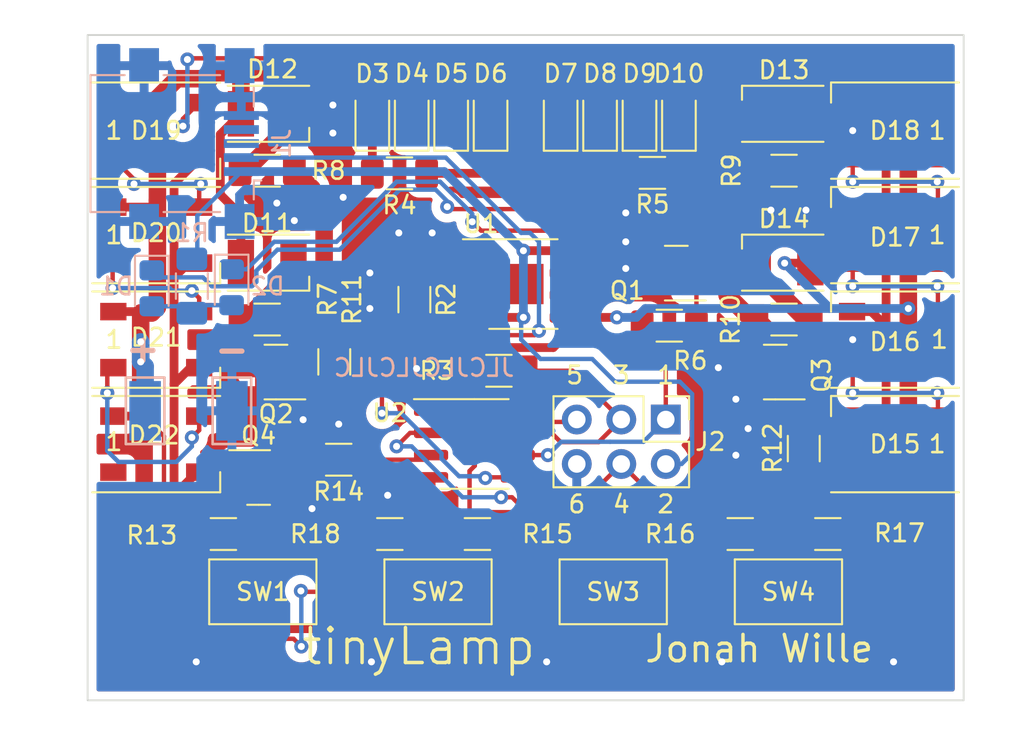
<source format=kicad_pcb>
(kicad_pcb (version 20211014) (generator pcbnew)
  (layers (0 "F.Cu" signal) (31 "B.Cu" signal) (34 "B.Paste" user) (35 "F.Paste" user) (36 "B.SilkS" user "B.Silkscreen") (37 "F.SilkS" user "F.Silkscreen") (38 "B.Mask" user) (39 "F.Mask" user) (44 "Edge.Cuts" user))
  (net 0 "")
  (net 1 "GND")
  (net 2 "VCC")
  (net 3 "Net-(Q1-Pad1)")
  (net 4 "Net-(Q1-Pad2)")
  (net 5 "Net-(Q2-Pad1)")
  (net 6 "Net-(Q2-Pad2)")
  (net 7 "Net-(D10-Pad1)")
  (net 8 "Net-(D11-Pad1)")
  (net 9 "VBUS")
  (net 10 "Net-(D20-Pad2)")
  (net 12 "Net-(Q3-Pad1)")
  (net 13 "Net-(Q3-Pad2)")
  (net 14 "/PROG")
  (net 16 "Net-(D1-Pad1)")
  (net 17 "Net-(D12-Pad1)")
  (net 18 "Net-(D15-Pad2)")
  (net 19 "Net-(D16-Pad2)")
  (net 20 "Net-(D17-Pad2)")
  (net 21 "/PB3")
  (net 22 "/RST")
  (net 23 "/PB0")
  (net 24 "/PB2")
  (net 25 "/PB1")
  (net 26 "/PB4")
  (net 27 "Net-(D21-Pad2)")
  (net 28 "Net-(D2-Pad1)")
  (net 29 "Net-(D3-Pad1)")
  (net 30 "Net-(D13-Pad1)")
  (net 31 "Net-(D14-Pad1)")
  (net 32 "Net-(D18-Pad2)")
  (net 33 "Net-(D19-Pad2)")
  (net 35 "Net-(D1-Pad2)")
  (net 36 "Net-(R15-Pad1)")
  (net 37 "Net-(D15-Pad3)")
  (net 38 "Net-(Q4-Pad1)")
  (net 39 "Net-(R16-Pad1)")
  (net 40 "Net-(J1-Pad2)")
  (net 41 "Net-(R13-Pad1)")
  (net 42 "Net-(R17-Pad1)")
  (footprint "Resistor_SMD:R_1206_3216Metric_Pad1.30x1.75mm_HandSolder" (layer "F.Cu") (at -7.75 20.5 180)
    (fp_text reference "R18")
    (fp_text value "2K7")
  )
  (footprint "Connector_PinHeader_2.54mm:PinHeader_2x03_P2.54mm_Vertical" (layer "F.Cu") (at 8 13.96 -90)
    (fp_text reference "J2")
    (fp_text value "Conn_02x03_Odd_Even")
  )
  (footprint "LED_SMD:LED_PLCC-2" (layer "F.Cu") (at -14.75 5 180)
    (fp_text reference "D11")
    (fp_text value "LEDW")
  )
  (footprint "LED_SMD:LED_WS2812B_PLCC4_5.0x5.0mm_P3.2mm" (layer "F.Cu") (at 21.082 15.367 180)
    (fp_text reference "D15")
    (fp_text value "WS2812B")
  )
  (footprint "Button_Switch_SMD:SW_SPST_CK_RS282G05A3" (layer "F.Cu") (at 15 23.8)
    (fp_text reference "SW4")
    (fp_text value "SW_Push")
  )
  (footprint "Resistor_SMD:R_1206_3216Metric_Pad1.30x1.75mm_HandSolder" (layer "F.Cu") (at -7.2 -0.1 180)
    (fp_text reference "R4")
    (fp_text value "110R")
  )
  (footprint "Package_TO_SOT_SMD:SOT-23" (layer "F.Cu") (at 14.25 11.25 180)
    (fp_text reference "Q3")
    (fp_text value "Q_NPN_BCE")
  )
  (footprint "LED_SMD:LED_PLCC-2" (layer "F.Cu") (at 14.75 -3.5)
    (fp_text reference "D13")
    (fp_text value "LEDW")
  )
  (footprint "LED_SMD:LED_0805_2012Metric_Pad1.15x1.40mm_HandSolder" (layer "F.Cu") (at -6.5 -3.25 90)
    (fp_text reference "D4")
    (fp_text value "LEDA")
  )
  (footprint "Resistor_SMD:R_1206_3216Metric_Pad1.30x1.75mm_HandSolder" (layer "F.Cu") (at 14.75 8.25)
    (fp_text reference "R10")
    (fp_text value "15R")
  )
  (footprint "Resistor_SMD:R_1206_3216Metric_Pad1.30x1.75mm_HandSolder" (layer "F.Cu") (at -2.75 20.5 180)
    (fp_text reference "R15")
    (fp_text value "4K7")
  )
  (footprint "Resistor_SMD:R_1206_3216Metric_Pad1.30x1.75mm_HandSolder" (layer "F.Cu") (at 7.239 -0.127)
    (fp_text reference "R5")
    (fp_text value "110R")
  )
  (footprint "LED_SMD:LED_0805_2012Metric_Pad1.15x1.40mm_HandSolder" (layer "F.Cu") (at 2 -3.25 90)
    (fp_text reference "D7")
    (fp_text value "LEDA")
  )
  (footprint "LED_SMD:LED_0805_2012Metric_Pad1.15x1.40mm_HandSolder" (layer "F.Cu") (at -8.75 -3.25 90)
    (fp_text reference "D3")
    (fp_text value "LEDA")
  )
  (footprint "Resistor_SMD:R_1206_3216Metric_Pad1.30x1.75mm_HandSolder" (layer "F.Cu") (at -14.75 -0.25 180)
    (fp_text reference "R8")
    (fp_text value "15R")
  )
  (footprint "Resistor_SMD:R_1206_3216Metric_Pad1.30x1.75mm_HandSolder" (layer "F.Cu") (at -1.524 11.176)
    (fp_text reference "R3")
    (fp_text value "1k")
  )
  (footprint "Resistor_SMD:R_1206_3216Metric_Pad1.30x1.75mm_HandSolder" (layer "F.Cu") (at 8.2 8.6)
    (fp_text reference "R6")
    (fp_text value "1k")
  )
  (footprint "Button_Switch_SMD:SW_SPST_CK_RS282G05A3" (layer "F.Cu") (at -5 23.8)
    (fp_text reference "SW2")
    (fp_text value "SW_Push")
  )
  (footprint "Resistor_SMD:R_1206_3216Metric_Pad1.30x1.75mm_HandSolder" (layer "F.Cu") (at 12.25 20.5)
    (fp_text reference "R16")
    (fp_text value "2K2")
  )
  (footprint "Resistor_SMD:R_1206_3216Metric_Pad1.30x1.75mm_HandSolder" (layer "F.Cu") (at 14.75 -0.25)
    (fp_text reference "R9")
    (fp_text value "15R")
  )
  (footprint "LED_SMD:LED_WS2812B_PLCC4_5.0x5.0mm_P3.2mm" (layer "F.Cu") (at -21.082 9.398)
    (fp_text reference "D21")
    (fp_text value "WS2812B")
  )
  (footprint "LED_SMD:LED_PLCC-2" (layer "F.Cu") (at 14.75 5)
    (fp_text reference "D14")
    (fp_text value "LEDW")
  )
  (footprint "LED_SMD:LED_0805_2012Metric_Pad1.15x1.40mm_HandSolder" (layer "F.Cu") (at 4.25 -3.25 90)
    (fp_text reference "D8")
    (fp_text value "LEDA")
  )
  (footprint "Resistor_SMD:R_1206_3216Metric_Pad1.30x1.75mm_HandSolder" (layer "F.Cu") (at -6.35 7.112 -90)
    (fp_text reference "R2")
    (fp_text value "2k")
  )
  (footprint "LED_SMD:LED_WS2812B_PLCC4_5.0x5.0mm_P3.2mm" (layer "F.Cu") (at 21.082 -2.54 180)
    (fp_text reference "D18")
    (fp_text value "WS2812B")
  )
  (footprint "LED_SMD:LED_WS2812B_PLCC4_5.0x5.0mm_P3.2mm" (layer "F.Cu") (at 21.082 9.398 180)
    (fp_text reference "D16")
    (fp_text value "WS2812B")
  )
  (footprint "Resistor_SMD:R_1206_3216Metric_Pad1.30x1.75mm_HandSolder" (layer "F.Cu") (at 15.875 15.621 90)
    (fp_text reference "R12")
    (fp_text value "1k")
  )
  (footprint "Package_SO:HSOP-8-1EP_3.9x4.9mm_P1.27mm_EP2.3x2.3mm" (layer "F.Cu") (at -0.127 6.223)
    (fp_text reference "U1")
    (fp_text value "TP4056")
  )
  (footprint "Package_TO_SOT_SMD:SOT-23" (layer "F.Cu") (at -14.25 11.25 180)
    (fp_text reference "Q2")
    (fp_text value "Q_NPN_BCE")
  )
  (footprint "Resistor_SMD:R_1206_3216Metric_Pad1.30x1.75mm_HandSolder" (layer "F.Cu") (at -17.25 20.5)
    (fp_text reference "R13")
    (fp_text value "8K2")
  )
  (footprint "Package_TO_SOT_SMD:SOT-23" (layer "F.Cu") (at 8.6 5.6 180)
    (fp_text reference "Q1")
    (fp_text value "Q_NPN_BCE")
  )
  (footprint "LED_SMD:LED_0805_2012Metric_Pad1.15x1.40mm_HandSolder" (layer "F.Cu") (at -4.25 -3.25 90)
    (fp_text reference "D5")
    (fp_text value "LEDA")
  )
  (footprint "LED_SMD:LED_WS2812B_PLCC4_5.0x5.0mm_P3.2mm" (layer "F.Cu") (at -21.082 -2.54)
    (fp_text reference "D19")
    (fp_text value "WS2812B")
  )
  (footprint "Button_Switch_SMD:SW_SPST_CK_RS282G05A3" (layer "F.Cu") (at -15 23.8 180)
    (fp_text reference "SW1")
    (fp_text value "SW_Push")
  )
  (footprint "Resistor_SMD:R_1206_3216Metric_Pad1.30x1.75mm_HandSolder" (layer "F.Cu") (at -10.668 16.256 180)
    (fp_text reference "R14")
    (fp_text value "1k")
  )
  (footprint "Resistor_SMD:R_1206_3216Metric_Pad1.30x1.75mm_HandSolder" (layer "F.Cu") (at -14.75 8.25 180)
    (fp_text reference "R7")
    (fp_text value "15R")
  )
  (footprint "LED_SMD:LED_0805_2012Metric_Pad1.15x1.40mm_HandSolder" (layer "F.Cu") (at 6.5 -3.25 90)
    (fp_text reference "D9")
    (fp_text value "LEDA")
  )
  (footprint "LED_SMD:LED_WS2812B_PLCC4_5.0x5.0mm_P3.2mm" (layer "F.Cu") (at -21.082 15.367)
    (fp_text reference "D22")
    (fp_text value "WS2812B")
  )
  (footprint "LED_SMD:LED_0805_2012Metric_Pad1.15x1.40mm_HandSolder" (layer "F.Cu") (at -2 -3.25 90)
    (fp_text reference "D6")
    (fp_text value "LEDA")
  )
  (footprint "LED_SMD:LED_PLCC-2" (layer "F.Cu") (at -14.75 -3.5 180)
    (fp_text reference "D12")
    (fp_text value "LEDW")
  )
  (footprint "Package_SO:SOIC-8_3.9x4.9mm_P1.27mm" (layer "F.Cu") (at -2.922 15.357)
    (fp_text reference "U2")
    (fp_text value "ATtiny13A-SS")
  )
  (footprint "Resistor_SMD:R_1206_3216Metric_Pad1.30x1.75mm_HandSolder" (layer "F.Cu") (at 17.25 20.5 180)
    (fp_text reference "R17")
    (fp_text value "1K2")
  )
  (footprint "Resistor_SMD:R_1206_3216Metric_Pad1.30x1.75mm_HandSolder" (layer "F.Cu") (at -10.922 10.668 -90)
    (fp_text reference "R11")
    (fp_text value "1k")
  )
  (footprint "LED_SMD:LED_WS2812B_PLCC4_5.0x5.0mm_P3.2mm" (layer "F.Cu") (at -21.082 3.429)
    (fp_text reference "D20")
    (fp_text value "WS2812B")
  )
  (footprint "Package_TO_SOT_SMD:SOT-23" (layer "F.Cu") (at -15.24 17.272)
    (fp_text reference "Q4")
    (fp_text value "Q_NPN_BCE")
  )
  (footprint "LED_SMD:LED_0805_2012Metric_Pad1.15x1.40mm_HandSolder" (layer "F.Cu") (at 8.75 -3.25 90)
    (fp_text reference "D10")
    (fp_text value "LEDA")
  )
  (footprint "Button_Switch_SMD:SW_SPST_CK_RS282G05A3" (layer "F.Cu") (at 5 23.8)
    (fp_text reference "SW3")
    (fp_text value "SW_Push")
  )
  (footprint "LED_SMD:LED_WS2812B_PLCC4_5.0x5.0mm_P3.2mm" (layer "F.Cu") (at 21.082 3.429 180)
    (fp_text reference "D17")
    (fp_text value "WS2812B")
  )
  (footprint "Connector_USB:USB_Mini-B_Lumberg_2486_01_Horizontal" (layer "B.Cu") (at -18.925 -1.8 90)
    (fp_text reference "J1")
    (fp_text value "USB_B_Mini")
  )
  (footprint "TestPoint:TestPoint_Keystone_5015_Micro-Minature" (layer "B.Cu") (at -16.764 13.462 -90)
    (fp_text reference "X2" hide)
    (fp_text value "BATT-")
  )
  (footprint "Resistor_SMD:R_1206_3216Metric_Pad1.30x1.75mm_HandSolder" (layer "B.Cu") (at -19.05 6.341 90)
    (fp_text reference "R1")
    (fp_text value "1K")
  )
  (footprint "TestPoint:TestPoint_Keystone_5015_Micro-Minature" (layer "B.Cu") (at -21.717 13.462 -90)
    (fp_text reference "X1" hide)
    (fp_text value "BATT+")
  )
  (footprint "LED_SMD:LED_0805_2012Metric_Pad1.15x1.40mm_HandSolder" (layer "B.Cu") (at -16.78 6.405 -90)
    (fp_text reference "D2")
    (fp_text value "LEDA")
  )
  (footprint "LED_SMD:LED_0805_2012Metric_Pad1.15x1.40mm_HandSolder" (layer "B.Cu") (at -21.336 6.468 -90)
    (fp_text reference "D1")
    (fp_text value "LEDG")
  )
  (gr_rect (start -25 -8) (end 25 30) (layer "Edge.Cuts") (width 0.1) (fill none))
  (gr_text "+" (at -21.844 9.906) (layer "B.SilkS") (effects (font (size 1.5 1.5) (thickness 0.3)) (justify mirror)))
  (gr_text "-" (at -16.764 10.16 180) (layer "B.SilkS") (effects (font (size 1.5 1.5) (thickness 0.3)) (justify mirror)))
  (gr_text "JLCJLCJLCJLC" (at -5.8 11) (layer "B.SilkS") (effects (font (size 1 1)) (justify mirror)))
  (gr_text "tinyLamp" (at -6.096 26.924) (layer "F.SilkS") (effects (font (size 2 2) (thickness 0.2))))
  (gr_text "1" (at 8.001 11.43) (layer "F.SilkS") (effects (font (size 1 1))))
  (gr_text "6" (at 2.921 18.796) (layer "F.SilkS") (effects (font (size 1 1))))
  (gr_text "5" (at 2.794 11.43) (layer "F.SilkS") (effects (font (size 1 1))))
  (gr_text "2" (at 8.001 18.796) (layer "F.SilkS") (effects (font (size 1 1))))
  (gr_text "3\n" (at 5.461 11.43) (layer "F.SilkS") (effects (font (size 1 1))))
  (gr_text "4" (at 5.461 18.796) (layer "F.SilkS") (effects (font (size 1 1))))
  (gr_text "Jonah Wille" (at 13.335 27.051) (layer "F.SilkS") (effects (font (size 1.5 1.5) (thickness 0.2))))
  (via (at 11.2 27.8) (size 0.8) (drill 0.4) (layers "F.Cu" "B.Cu") (net 1))
  (via (at 1.2 27.8) (size 0.8) (drill 0.4) (layers "F.Cu" "B.Cu") (net 1))
  (via (at -8.8 27.8) (size 0.8) (drill 0.4) (layers "F.Cu" "B.Cu") (net 1))
  (via (at -7.239 3.302) (size 0.8) (drill 0.4) (layers "F.Cu" "B.Cu") (net 1))
  (via (at 12.7 14.478) (size 0.8) (drill 0.4) (layers "F.Cu" "B.Cu") (net 1))
  (via (at 11 11) (size 0.8) (drill 0.4) (layers "F.Cu" "B.Cu") (net 1))
  (via (at 21 27.8) (size 0.8) (drill 0.4) (layers "F.Cu" "B.Cu") (net 1))
  (via (at -8.89 5.588) (size 0.8) (drill 0.4) (layers "F.Cu" "B.Cu") (net 1))
  (via (at -12.192 19.05) (size 0.8) (drill 0.4) (layers "F.Cu" "B.Cu") (net 1))
  (via (at 12 12.8) (size 0.8) (drill 0.4) (layers "F.Cu" "B.Cu") (net 1))
  (via (at -5.334 3.302) (size 0.8) (drill 0.4) (layers "F.Cu" "B.Cu") (net 1))
  (via (at -10.668 14.224) (size 0.8) (drill 0.4) (layers "F.Cu" "B.Cu") (net 1))
  (via (at -12.7 13.97) (size 0.8) (drill 0.4) (layers "F.Cu" "B.Cu") (net 1))
  (via (at -10.414 1.27) (size 0.8) (drill 0.4) (layers "F.Cu" "B.Cu") (net 1))
  (via (at 5.715 2.159) (size 0.8) (drill 0.4) (layers "F.Cu" "B.Cu") (net 1))
  (via (at 12 16) (size 0.8) (drill 0.4) (layers "F.Cu" "B.Cu") (net 1))
  (via (at -8.89 7.62) (size 0.8) (drill 0.4) (layers "F.Cu" "B.Cu") (net 1))
  (via (at -6.223 11.049) (size 0.8) (drill 0.4) (layers "F.Cu" "B.Cu") (net 1))
  (via (at 18.669 9.398) (size 0.8) (drill 0.4) (layers "F.Cu" "B.Cu") (net 1))
  (via (at -18.8 27.8) (size 0.8) (drill 0.4) (layers "F.Cu" "B.Cu") (net 1))
  (via (at 14 2) (size 0.8) (drill 0.4) (layers "F.Cu" "B.Cu") (net 1))
  (via (at -14.2 1.6) (size 0.8) (drill 0.4) (layers "F.Cu" "B.Cu") (net 1))
  (via (at -11 -2.4) (size 0.8) (drill 0.4) (layers "F.Cu" "B.Cu") (net 1))
  (via (at 16 2) (size 0.8) (drill 0.4) (layers "F.Cu" "B.Cu") (net 1))
  (via (at 5.715 3.81) (size 0.8) (drill 0.4) (layers "F.Cu" "B.Cu") (net 1))
  (via (at -13.2 2.6) (size 0.8) (drill 0.4) (layers "F.Cu" "B.Cu") (net 1))
  (via (at -11 -4) (size 0.8) (drill 0.4) (layers "F.Cu" "B.Cu") (net 1))
  (via (at 5.715 5.334) (size 0.8) (drill 0.4) (layers "F.Cu" "B.Cu") (net 1))
  (via (at 18.669 -2.54) (size 0.8) (drill 0.4) (layers "F.Cu" "B.Cu") (net 1))
  (via (at -7.874 18.288) (size 0.8) (drill 0.4) (layers "F.Cu" "B.Cu") (net 1))
  (segment (start -2 -4.275) (end -2 -5.81) (width 0.5) (layer "F.Cu") (net 2))
  (segment (start 16.256 -5.842) (end 21.336 -5.842) (width 1) (layer "F.Cu") (net 2))
  (segment (start 11.1 24.3) (end 11.1 23.8) (width 0.25) (layer "F.Cu") (net 2))
  (segment (start 21.844 5.08) (end 21.844 7.62) (width 1) (layer "F.Cu") (net 2))
  (segment (start -0.447 13.452) (end -0.772 13.452) (width 0.5) (layer "F.Cu") (net 2))
  (segment (start 2.5 25.2) (end 10.2 25.2) (width 0.25) (layer "F.Cu") (net 2))
  (segment (start -16.25 -3.5) (end -16.25 -5.836) (width 1) (layer "F.Cu") (net 2))
  (segment (start -16.25 -5.836) (end -16.256 -5.842) (width 1) (layer "F.Cu") (net 2))
  (segment (start -23.532 1.829) (end -21.387 1.829) (width 0.5) (layer "F.Cu") (net 2))
  (segment (start -5.8 23.8) (end -4.4 25.2) (width 0.25) (layer "F.Cu") (net 2))
  (segment (start 1.905 -5.842) (end -2.032 -5.842) (width 1) (layer "F.Cu") (net 2))
  (segment (start 16.25 -3.5) (end 16.25 -5.836) (width 1) (layer "F.Cu") (net 2))
  (segment (start 0.4 25.2) (end 1.1 24.5) (width 0.25) (layer "F.Cu") (net 2))
  (segment (start 22.022 10.998) (end 21.844 11.176) (width 0.5) (layer "F.Cu") (net 2))
  (segment (start 8.75 -4.275) (end 8.75 -5.474) (width 0.5) (layer "F.Cu") (net 2))
  (segment (start -21.971 9.525) (end -21.971 10.668) (width 1) (layer "F.Cu") (net 2))
  (segment (start -0.772 13.452) (end -1.524 12.7) (width 0.5) (layer "F.Cu") (net 2))
  (segment (start -19.896 -5.504) (end -21.016 -4.384) (width 1) (layer "F.Cu") (net 2))
  (segment (start -16.25 2.292) (end -17.4244 1.1176) (width 0.5) (layer "F.Cu") (net 2))
  (segment (start -17.4244 1.1176) (end -17.4244 -2.3256) (width 0.5) (layer "F.Cu") (net 2))
  (segment (start 16.25 -5.836) (end 16.256 -5.842) (width 1) (layer "F.Cu") (net 2))
  (segment (start -12.776 23.8) (end -12.827 23.749) (width 0.25) (layer "F.Cu") (net 2))
  (segment (start -21.387 1.829) (end -21.016 1.458) (width 0.5) (layer "F.Cu") (net 2))
  (segment (start -11.1 23.8) (end -12.776 23.8) (width 0.25) (layer "F.Cu") (net 2))
  (segment (start -4.4 25.2) (end 0.4 25.2) (width 0.25) (layer "F.Cu") (net 2))
  (segment (start -6.5 -5.438) (end -6.096 -5.842) (width 0.5) (layer "F.Cu") (net 2))
  (segment (start -11.1 23.8) (end -8.9 23.8) (width 0.25) (layer "F.Cu") (net 2))
  (segment (start 14.7828 5.0292) (end 16.2208 5.0292) (width 0.5) (layer "F.Cu") (net 2))
  (segment (start -1.524 12.7) (end -1.524 10.16) (width 0.5) (layer "F.Cu") (net 2))
  (segment (start 8.75 -5.474) (end 8.382 -5.842) (width 0.5) (layer "F.Cu") (net 2))
  (segment (start 21.844 7.62) (end 21.844 11.176) (width 1) (layer "F.Cu") (net 2))
  (segment (start -21.336 7.874) (end -21.016 7.554) (width 1) (layer "F.Cu") (net 2))
  (segment (start 23.532 5.029) (end 21.895 5.029) (width 0.5) (layer "F.Cu") (net 2))
  (segment (start 1.1 23.8) (end 2.5 25.2) (width 0.25) (layer "F.Cu") (net 2))
  (segment (start -4.25 -4.275) (end -4.25 -5.656) (width 0.5) (layer "F.Cu") (net 2))
  (segment (start -8.75 -5.702) (end -8.89 -5.842) (width 0.5) (layer "F.Cu") (net 2))
  (segment (start 23.532 10.998) (end 22.022 10.998) (width 0.5) (layer "F.Cu") (net 2))
  (segment (start -4.25 -5.656) (end -4.064 -5.842) (width 0.5) (layer "F.Cu") (net 2))
  (segment (start -21.26 -4.14) (end -21.016 -4.384) (width 0.5) (layer "F.Cu") (net 2))
  (segment (start -21.971 10.668) (end -21.971 13.589) (width 1) (layer "F.Cu") (net 2))
  (segment (start -12.8016 26.924) (end -13.2426 26.483) (width 0.25) (layer "F.Cu") (net 2))
  (segment (start 1.579 9.851) (end 2.348 9.082) (width 0.5) (layer "F.Cu") (net 2))
  (segment (start 16.256 -5.842) (end 8.382 -5.842) (width 1) (layer "F.Cu") (net 2))
  (segment (start -4.064 -5.842) (end -6.096 -5.842) (width 1) (layer "F.Cu") (net 2))
  (segment (start -21.403 18.7614) (end -20.641 17.9994) (width 0.25) (layer "F.Cu") (net 2))
  (segment (start -23.532 7.798) (end -22.047 7.798) (width 0.5) (layer "F.Cu") (net 2))
  (segment (start 6.223 -5.842) (end 4.064 -5.842) (width 1) (layer "F.Cu") (net 2))
  (segment (start -1.524 10.16) (end -1.215 9.851) (width 0.5) (layer "F.Cu") (net 2))
  (segment (start -6.096 -5.842) (end -8.89 -5.842) (width 1) (layer "F.Cu") (net 2))
  (segment (start 21.336 -5.842) (end 21.844 -5.334) (width 1) (layer "F.Cu") (net 2))
  (segment (start -16.256 -5.842) (end -17.696 -5.842) (width 1) (layer "F.Cu") (net 2))
  (segment (start -8.89 -5.842) (end -16.256 -5.842) (width 1) (layer "F.Cu") (net 2))
  (segment (start 2 -4.275) (end 2 -5.747) (width 0.5) (layer "F.Cu") (net 2))
  (segment (start 4.25 -4.275) (end 4.25 -5.656) (width 0.5) (layer "F.Cu") (net 2))
  (segment (start -17.4244 -2.3256) (end -16.25 -3.5) (width 0.5) (layer "F.Cu") (net 2))
  (segment (start -20.558172 26.483) (end -21.403 25.638172) (width 0.25) (layer "F.Cu") (net 2))
  (segment (start 2 -5.747) (end 1.905 -5.842) (width 0.5) (layer "F.Cu") (net 2))
  (segment (start -20.641 14.919) (end -21.971 13.589) (width 0.25) (layer "F.Cu") (net 2))
  (segment (start 16.2208 5.0292) (end 16.25 5) (width 0.5) (layer "F.Cu") (net 2))
  (segment (start 2.348 8.128) (end 5.207 8.128) (width 0.5) (layer "F.Cu") (net 2))
  (segment (start 21.844 15.279) (end 23.532 16.967) (width 1) (layer "F.Cu") (net 2))
  (segment (start 8.382 -5.842) (end 6.223 -5.842) (width 1) (layer "F.Cu") (net 2))
  (segment (start -21.971 7.874) (end -21.971 9.525) (width 1) (layer "F.Cu") (net 2))
  (segment (start 21.844 -5.334) (end 21.844 -1.27) (width 1) (layer "F.Cu") (net 2))
  (segment (start -22.149 13.767) (end -21.971 13.589) (width 0.5) (layer "F.Cu") (net 2))
  (segment (start -8.75 -4.275) (end -8.75 -5.702) (width 0.5) (layer "F.Cu") (net 2))
  (segment (start -22.047 7.798) (end -21.971 7.874) (width 0.5) (layer "F.Cu") (net 2))
  (segment (start 22.174 -0.94) (end 21.844 -1.27) (width 0.5) (layer "F.Cu") (net 2))
  (segment (start 6.5 -4.275) (end 6.5 -5.565) (width 0.5) (layer "F.Cu") (net 2))
  (segment (start -16.25 5) (end -16.25 2.292) (width 0.5) (layer "F.Cu") (net 2))
  (segment (start -2.032 -5.842) (end -4.064 -5.842) (width 1) (layer "F.Cu") (net 2))
  (segment (start -21.016 1.458) (end -21.016 -4.384) (width 1) (layer "F.Cu") (net 2))
  (segment (start 21.895 5.029) (end 21.844 5.08) (width 0.5) (layer "F.Cu") (net 2))
  (segment (start -21.971 7.874) (end -21.336 7.874) (width 1) (layer "F.Cu") (net 2))
  (segment (start 23.532 -0.94) (end 22.174 -0.94) (width 0.5) (layer "F.Cu") (net 2))
  (segment (start 1.1 24.5) (end 1.1 23.8) (width 0.25) (layer "F.Cu") (net 2))
  (segment (start -13.2426 26.483) (end -20.558172 26.483) (width 0.25) (layer "F.Cu") (net 2))
  (segment (start -20.641 17.9994) (end -20.641 14.919) (width 0.25) (layer "F.Cu") (net 2))
  (segment (start 6.5 -5.565) (end 6.223 -5.842) (width 0.5) (layer "F.Cu") (net 2))
  (segment (start -18.034 -5.504) (end -19.896 -5.504) (width 1) (layer "F.Cu") (net 2))
  (segment (start 4.25 -5.656) (end 4.064 -5.842) (width 0.5) (layer "F.Cu") (net 2))
  (segment (start 2.348 9.082) (end 2.348 8.128) (width 0.5) (layer "F.Cu") (net 2))
  (segment (start 21.844 -1.27) (end 21.844 5.08) (width 1) (layer "F.Cu") (net 2))
  (segment (start -1.215 9.851) (end 1.579 9.851) (width 0.5) (layer "F.Cu") (net 2))
  (segment (start 21.844 11.176) (end 21.844 15.279) (width 1) (layer "F.Cu") (net 2))
  (segment (start -21.016 7.554) (end -21.016 1.458) (width 1) (layer "F.Cu") (net 2))
  (segment (start -23.532 13.767) (end -22.149 13.767) (width 0.5) (layer "F.Cu") (net 2))
  (segment (start -17.696 -5.842) (end -18.034 -5.504) (width 1) (layer "F.Cu") (net 2))
  (segment (start -23.532 -4.14) (end -21.26 -4.14) (width 0.5) (layer "F.Cu") (net 2))
  (segment (start 10.2 25.2) (end 11.1 24.3) (width 0.25) (layer "F.Cu") (net 2))
  (segment (start -2 -5.81) (end -2.032 -5.842) (width 0.5) (layer "F.Cu") (net 2))
  (segment (start -21.403 25.638172) (end -21.403 18.7614) (width 0.25) (layer "F.Cu") (net 2))
  (segment (start 4.064 -5.842) (end 1.905 -5.842) (width 1) (layer "F.Cu") (net 2))
  (segment (start -6.5 -4.275) (end -6.5 -5.438) (width 0.5) (layer "F.Cu") (net 2))
  (segment (start -8.9 23.8) (end -5.8 23.8) (width 0.25) (layer "F.Cu") (net 2))
  (via (at 21.844 7.62) (size 0.8) (drill 0.4) (layers "F.Cu" "B.Cu") (net 2))
  (via (at -21.971 9.525) (size 0.8) (drill 0.4) (layers "F.Cu" "B.Cu") (net 2))
  (via (at -12.8016 26.924) (size 0.8) (drill 0.4) (layers "F.Cu" "B.Cu") (net 2))
  (via (at 5.207 8.128) (size 0.8) (drill 0.4) (layers "F.Cu" "B.Cu") (net 2))
  (via (at -12.827 23.749) (size 0.8) (drill 0.4) (layers "F.Cu" "B.Cu") (net 2))
  (via (at -21.971 10.668) (size 0.8) (drill 0.4) (layers "F.Cu" "B.Cu") (net 2))
  (via (at 14.7828 5.0292) (size 0.8) (drill 0.4) (layers "F.Cu" "B.Cu") (net 2))
  (segment (start 17.3228 7.62) (end 17.3228 7.5692) (width 0.5) (layer "B.Cu") (net 2))
  (segment (start 17.3228 7.5692) (end 14.7828 5.0292) (width 0.5) (layer "B.Cu") (net 2))
  (segment (start 6.322 8.128) (end 6.83 7.62) (width 0.5) (layer "B.Cu") (net 2))
  (segment (start 17.3228 7.62) (end 21.844 7.62) (width 0.5) (layer "B.Cu") (net 2))
  (segment (start 6.83 7.62) (end 17.3228 7.62) (width 0.5) (layer "B.Cu") (net 2))
  (segment (start -21.971 10.668) (end -21.971 9.525) (width 1) (layer "B.Cu") (net 2))
  (segment (start -12.8016 26.924) (end -12.8016 23.7744) (width 0.25) (layer "B.Cu") (net 2))
  (segment (start 5.207 8.128) (end 6.322 8.128) (width 0.5) (layer "B.Cu") (net 2))
  (segment (start -21.717 10.922) (end -21.971 10.668) (width 1) (layer "B.Cu") (net 2))
  (segment (start -21.717 13.462) (end -21.717 10.922) (width 1) (layer "B.Cu") (net 2))
  (segment (start -12.8016 23.7744) (end -12.827 23.749) (width 0.25) (layer "B.Cu") (net 2))
  (segment (start 9.75 6.7625) (end 9.5375 6.55) (width 0.25) (layer "F.Cu") (net 3))
  (segment (start 9.75 8.6) (end 9.75 6.7625) (width 0.25) (layer "F.Cu") (net 3))
  (segment (start 8.766 2.95) (end 8.766 3.8785) (width 0.5) (layer "F.Cu") (net 4))
  (segment (start -5.65 -0.1) (end 5.662 -0.1) (width 0.5) (layer "F.Cu") (net 4))
  (segment (start 5.689 -0.127) (end 8.766 2.95) (width 0.5) (layer "F.Cu") (net 4))
  (segment (start 5.662 -0.1) (end 5.689 -0.127) (width 0.5) (layer "F.Cu") (net 4))
  (segment (start 8.766 3.8785) (end 9.5375 4.65) (width 0.5) (layer "F.Cu") (net 4))
  (segment (start -13.3125 12.2) (end -10.94 12.2) (width 0.5) (layer "F.Cu") (net 5))
  (segment (start -11.5 2.343) (end -12.192 1.651) (width 1) (layer "F.Cu") (net 6))
  (segment (start -11.5 6.775) (end -11.5 2.343) (width 1) (layer "F.Cu") (net 6))
  (segment (start -12.975 8.25) (end -11.5 6.775) (width 1) (layer "F.Cu") (net 6))
  (segment (start -12.192 0.758) (end -13.2 -0.25) (width 1) (layer "F.Cu") (net 6))
  (segment (start -13.2 8.25) (end -12.975 8.25) (width 1) (layer "F.Cu") (net 6))
  (segment (start -12.192 1.651) (end -12.192 0.758) (width 1) (layer "F.Cu") (net 6))
  (segment (start -13.3125 10.3) (end -13.3125 8.3625) (width 1) (layer "F.Cu") (net 6))
  (segment (start -13.3125 8.3625) (end -13.2 8.25) (width 1) (layer "F.Cu") (net 6))
  (segment (start 8.8 -2.175) (end 8.75 -2.225) (width 0.5) (layer "F.Cu") (net 7))
  (segment (start 8.8 -0.15) (end 8.8 -2.175) (width 0.5) (layer "F.Cu") (net 7))
  (segment (start 2 -2.225) (end 8.75 -2.225) (width 0.5) (layer "F.Cu") (net 7))
  (segment (start -16 8.25) (end -13.25 5.5) (width 1) (layer "F.Cu") (net 8))
  (segment (start -16.3 8.25) (end -16 8.25) (width 1) (layer "F.Cu") (net 8))
  (segment (start -13.25 5.5) (end -13.25 5) (width 1) (layer "F.Cu") (net 8))
  (segment (start -0.127 8.128) (end -2.602 8.128) (width 0.5) (layer "F.Cu") (net 9))
  (segment (start 2.348 4.318) (end -0.127 4.318) (width 0.5) (layer "F.Cu") (net 9))
  (via (at -0.127 8.128) (size 0.8) (drill 0.4) (layers "F.Cu" "B.Cu") (net 9))
  (via (at -0.127 4.318) (size 0.8) (drill 0.4) (layers "F.Cu" "B.Cu") (net 9))
  (segment (start -0.127 8.128) (end -0.254 8.255) (width 0.25) (layer "B.Cu") (net 9))
  (segment (start -4.645 -0.2) (end -0.127 4.318) (width 0.5) (layer "B.Cu") (net 9))
  (segment (start 8.8 11.8) (end 9.5 12.5) (width 0.25) (layer "B.Cu") (net 9))
  (segment (start -16.225 -0.2) (end -4.645 -0.2) (width 0.5) (layer "B.Cu") (net 9))
  (segment (start -0.254 8.255) (end -0.254 9.398) (width 0.25) (layer "B.Cu") (net 9))
  (segment (start -19.05 4.791) (end -18.739 4.48) (width 0.25) (layer "B.Cu") (net 9))
  (segment (start 8.9 16.5) (end 8 16.5) (width 0.25) (layer "B.Cu") (net 9))
  (segment (start -18.739 2.314) (end -16.225 -0.2) (width 0.25) (layer "B.Cu") (net 9))
  (segment (start -0.254 9.398) (end 0.848 10.5) (width 0.25) (layer "B.Cu") (net 9))
  (segment (start 3.8 10.5) (end 5.1 11.8) (width 0.25) (layer "B.Cu") (net 9))
  (segment (start 0.848 10.5) (end 3.8 10.5) (width 0.25) (layer "B.Cu") (net 9))
  (segment (start -0.127 4.318) (end -0.127 8.128) (width 0.5) (layer "B.Cu") (net 9))
  (segment (start -18.739 4.48) (end -18.739 2.314) (width 0.25) (layer "B.Cu") (net 9))
  (segment (start 9.5 12.5) (end 9.5 15.9) (width 0.25) (layer "B.Cu") (net 9))
  (segment (start 9.5 15.9) (end 8.9 16.5) (width 0.25) (layer "B.Cu") (net 9))
  (segment (start 5.1 11.8) (end 8.8 11.8) (width 0.25) (layer "B.Cu") (net 9))
  (segment (start -18.632 7.798) (end -18.632 7.022) (width 0.254) (layer "F.Cu") (net 10))
  (segment (start -18.632 7.022) (end -19.05 6.604) (width 0.254) (layer "F.Cu") (net 10))
  (segment (start -23.5712 5.0682) (end -23.532 5.029) (width 0.254) (layer "F.Cu") (net 10))
  (segment (start -23.5712 6.4516) (end -23.5712 5.0682) (width 0.254) (layer "F.Cu") (net 10))
  (via (at -19.05 6.604) (size 0.8) (drill 0.4) (layers "F.Cu" "B.Cu") (net 10))
  (via (at -23.5712 6.4516) (size 0.8) (drill 0.4) (layers "F.Cu" "B.Cu") (net 10))
  (segment (start -19.812 6.604) (end -20.1676 6.604) (width 0.254) (layer "B.Cu") (net 10))
  (segment (start -20.1676 6.604) (end -20.32 6.4516) (width 0.254) (layer "B.Cu") (net 10))
  (segment (start -22.352 6.4516) (end -23.5712 6.4516) (width 0.254) (layer "B.Cu") (net 10))
  (segment (start -20.32 6.4516) (end -22.352 6.4516) (width 0.254) (layer "B.Cu") (net 10))
  (segment (start -19.05 6.604) (end -19.812 6.604) (width 0.254) (layer "B.Cu") (net 10))
  (segment (start 15.875 12.8875) (end 15.1875 12.2) (width 0.5) (layer "F.Cu") (net 12))
  (segment (start 15.875 14.071) (end 15.875 12.8875) (width 0.5) (layer "F.Cu") (net 12))
  (segment (start 15.1875 10.3) (end 15.1875 10.2375) (width 1) (layer "F.Cu") (net 13))
  (segment (start 13.2 8.25) (end 12.9 8.25) (width 1) (layer "F.Cu") (net 13))
  (segment (start 15.1875 10.2375) (end 13.2 8.25) (width 1) (layer "F.Cu") (net 13))
  (segment (start 12.9 8.25) (end 11.5 6.85) (width 1) (layer "F.Cu") (net 13))
  (segment (start 11.5 6.85) (end 11.5 1.45) (width 1) (layer "F.Cu") (net 13))
  (segment (start 11.5 1.45) (end 13.2 -0.25) (width 1) (layer "F.Cu") (net 13))
  (segment (start -2.628 5.562) (end -2.602 5.588) (width 0.25) (layer "F.Cu") (net 14))
  (segment (start -6.35 5.562) (end -2.628 5.562) (width 0.25) (layer "F.Cu") (net 14))
  (segment (start 2.451396 1.942) (end 4.318 3.808604) (width 0.25) (layer "F.Cu") (net 16))
  (segment (start 4.318 3.808604) (end 4.318 5.969) (width 0.25) (layer "F.Cu") (net 16))
  (segment (start -4.34077 1.942) (end 2.451396 1.942) (width 0.25) (layer "F.Cu") (net 16))
  (segment (start -4.474885 1.807885) (end -4.34077 1.942) (width 0.25) (layer "F.Cu") (net 16))
  (segment (start 4.318 5.969) (end 3.429 6.858) (width 0.25) (layer "F.Cu") (net 16))
  (segment (start 3.429 6.858) (end 2.348 6.858) (width 0.25) (layer "F.Cu") (net 16))
  (via (at -4.474885 1.807885) (size 0.8) (drill 0.4) (layers "F.Cu" "B.Cu") (net 16))
  (segment (start -15.367 5.462396) (end -15.367 6.096) (width 0.25) (layer "B.Cu") (net 16))
  (segment (start -14.164604 4.26) (end -15.367 5.462396) (width 0.25) (layer "B.Cu") (net 16))
  (segment (start -17.907 6.35) (end -18.415 5.842) (width 0.25) (layer "B.Cu") (net 16))
  (segment (start -15.621 6.35) (end -17.907 6.35) (width 0.25) (layer "B.Cu") (net 16))
  (segment (start -4.474885 1.807885) (end -4.474885 1.494115) (width 0.25) (layer "B.Cu") (net 16))
  (segment (start -18.415 5.842) (end -20.937 5.842) (width 0.25) (layer "B.Cu") (net 16))
  (segment (start -15.367 6.096) (end -15.621 6.35) (width 0.25) (layer "B.Cu") (net 16))
  (segment (start -7.181 0.831) (end -10.61 4.26) (width 0.25) (layer "B.Cu") (net 16))
  (segment (start -20.937 5.842) (end -21.336 5.443) (width 0.25) (layer "B.Cu") (net 16))
  (segment (start -10.61 4.26) (end -14.164604 4.26) (width 0.25) (layer "B.Cu") (net 16))
  (segment (start -5.138 0.831) (end -7.181 0.831) (width 0.25) (layer "B.Cu") (net 16))
  (segment (start -4.474885 1.494115) (end -5.138 0.831) (width 0.25) (layer "B.Cu") (net 16))
  (segment (start -16.3 -0.25) (end -16 -0.25) (width 1) (layer "F.Cu") (net 17))
  (segment (start -16 -0.25) (end -13.25 -3) (width 1) (layer "F.Cu") (net 17))
  (segment (start -13.25 -3) (end -13.25 -3.5) (width 1) (layer "F.Cu") (net 17))
  (segment (start 23.532 12.483) (end 23.495 12.446) (width 0.25) (layer "F.Cu") (net 18))
  (segment (start 18.669 11.035) (end 18.632 10.998) (width 0.25) (layer "F.Cu") (net 18))
  (segment (start 23.532 13.767) (end 23.532 12.483) (width 0.25) (layer "F.Cu") (net 18))
  (segment (start 18.669 12.446) (end 18.669 11.035) (width 0.25) (layer "F.Cu") (net 18))
  (via (at 23.495 12.446) (size 0.8) (drill 0.4) (layers "F.Cu" "B.Cu") (net 18))
  (via (at 18.669 12.446) (size 0.8) (drill 0.4) (layers "F.Cu" "B.Cu") (net 18))
  (segment (start 23.495 12.446) (end 18.669 12.446) (width 0.25) (layer "B.Cu") (net 18))
  (segment (start 18.669 6.35) (end 18.669 5.066) (width 0.25) (layer "F.Cu") (net 19))
  (segment (start 23.532 7.798) (end 23.532 6.387) (width 0.25) (layer "F.Cu") (net 19))
  (segment (start 23.532 6.387) (end 23.495 6.35) (width 0.25) (layer "F.Cu") (net 19))
  (segment (start 18.669 5.066) (end 18.632 5.029) (width 0.25) (layer "F.Cu") (net 19))
  (via (at 18.669 6.35) (size 0.8) (drill 0.4) (layers "F.Cu" "B.Cu") (net 19))
  (via (at 23.495 6.35) (size 0.8) (drill 0.4) (layers "F.Cu" "B.Cu") (net 19))
  (segment (start 23.495 6.35) (end 18.669 6.35) (width 0.25) (layer "B.Cu") (net 19))
  (segment (start 23.532 0.418) (end 23.495 0.381) (width 0.25) (layer "F.Cu") (net 20))
  (segment (start 23.532 1.829) (end 23.532 0.418) (width 0.25) (layer "F.Cu") (net 20))
  (segment (start 18.669 0.381) (end 18.669 -0.903) (width 0.25) (layer "F.Cu") (net 20))
  (segment (start 18.669 -0.903) (end 18.632 -0.94) (width 0.25) (layer "F.Cu") (net 20))
  (via (at 18.669 0.381) (size 0.8) (drill 0.4) (layers "F.Cu" "B.Cu") (net 20))
  (via (at 23.495 0.381) (size 0.8) (drill 0.4) (layers "F.Cu" "B.Cu") (net 20))
  (segment (start 23.495 0.381) (end 18.669 0.381) (width 0.25) (layer "B.Cu") (net 20))
  (segment (start -7.366 15.494) (end -6.594 14.722) (width 0.25) (layer "F.Cu") (net 21))
  (segment (start 1.778 18.669) (end 9.144 18.669) (width 0.25) (layer "F.Cu") (net 21))
  (segment (start -1.4 18.4) (end -0.777 18.4) (width 0.25) (layer "F.Cu") (net 21))
  (segment (start -6.594 14.722) (end -5.397 14.722) (width 0.25) (layer "F.Cu") (net 21))
  (segment (start 9.144 18.669) (end 16.93 18.669) (width 0.25) (layer "F.Cu") (net 21))
  (segment (start -0.635 18.542) (end -0.508 18.669) (width 0.25) (layer "F.Cu") (net 21))
  (segment (start 16.93 18.669) (end 18.632 16.967) (width 0.25) (layer "F.Cu") (net 21))
  (segment (start -0.508 18.669) (end 1.778 18.669) (width 0.25) (layer "F.Cu") (net 21))
  (segment (start -0.777 18.4) (end -0.635 18.542) (width 0.25) (layer "F.Cu") (net 21))
  (via (at -7.366 15.494) (size 0.8) (drill 0.4) (layers "F.Cu" "B.Cu") (net 21))
  (via (at -1.4 18.4) (size 0.8) (drill 0.4) (layers "F.Cu" "B.Cu") (net 21))
  (segment (start -3.6 18.4) (end -1.4 18.4) (width 0.25) (layer "B.Cu") (net 21))
  (segment (start -7.366 15.494) (end -6.506 15.494) (width 0.25) (layer "B.Cu") (net 21))
  (segment (start -6.506 15.494) (end -3.6 18.4) (width 0.25) (layer "B.Cu") (net 21))
  (segment (start -3.303 13.452) (end -5.397 13.452) (width 0.25) (layer "F.Cu") (net 22))
  (segment (start 2.783 14.097) (end -2.658 14.097) (width 0.25) (layer "F.Cu") (net 22))
  (segment (start 2.92 13.96) (end 2.783 14.097) (width 0.25) (layer "F.Cu") (net 22))
  (segment (start -2.658 14.097) (end -3.303 13.452) (width 0.25) (layer "F.Cu") (net 22))
  (segment (start -0.447 17.262) (end -2.262 17.262) (width 0.25) (layer "F.Cu") (net 23))
  (segment (start 6.96 18) (end 15.046 18) (width 0.25) (layer "F.Cu") (net 23))
  (segment (start -2.262 17.262) (end -2.3 17.3) (width 0.25) (layer "F.Cu") (net 23))
  (segment (start -8.2 11.84) (end -10.922 9.118) (width 0.25) (layer "F.Cu") (net 23))
  (segment (start 0.291 18) (end -0.447 17.262) (width 0.25) (layer "F.Cu") (net 23))
  (segment (start 5.46 16.5) (end 3.96 18) (width 0.25) (layer "F.Cu") (net 23))
  (segment (start 15.046 18) (end 15.875 17.171) (width 0.25) (layer "F.Cu") (net 23))
  (segment (start -8.2 13.6) (end -8.2 11.84) (width 0.25) (layer "F.Cu") (net 23))
  (segment (start 3.96 18) (end 0.291 18) (width 0.25) (layer "F.Cu") (net 23))
  (segment (start 5.46 16.5) (end 6.96 18) (width 0.25) (layer "F.Cu") (net 23))
  (via (at -2.3 17.3) (size 0.8) (drill 0.4) (layers "F.Cu" "B.Cu") (net 23))
  (via (at -8.2 13.6) (size 0.8) (drill 0.4) (layers "F.Cu" "B.Cu") (net 23))
  (segment (start -7.1 13.6) (end -4.8 15.9) (width 0.25) (layer "B.Cu") (net 23))
  (segment (start -2.4 17.2) (end -2.3 17.3) (width 0.25) (layer "B.Cu") (net 23))
  (segment (start -4.8 16.2) (end -3.8 17.2) (width 0.25) (layer "B.Cu") (net 23))
  (segment (start -3.8 17.2) (end -2.4 17.2) (width 0.25) (layer "B.Cu") (net 23))
  (segment (start -4.8 15.9) (end -4.8 16.2) (width 0.25) (layer "B.Cu") (net 23))
  (segment (start -8.2 13.6) (end -7.1 13.6) (width 0.25) (layer "B.Cu") (net 23))
  (segment (start 15.7 20.5) (end 13.8 20.5) (width 0.25) (layer "F.Cu") (net 24))
  (segment (start -2.422 14.722) (end -2.9 15.2) (width 0.254) (layer "F.Cu") (net 24))
  (segment (start -13.95 22.25) (end -6.75 22.25) (width 0.25) (layer "F.Cu") (net 24))
  (segment (start -0.447 14.722) (end 1.472 14.722) (width 0.254) (layer "F.Cu") (net 24))
  (segment (start -6.2 21.7) (end -6.2 20.5) (width 0.25) (layer "F.Cu") (net 24))
  (segment (start -6.75 22.25) (end -6.2 21.7) (width 0.25) (layer "F.Cu") (net 24))
  (segment (start 12.788173 20.5) (end 14.05 20.5) (width 0.25) (layer "F.Cu") (net 24))
  (segment (start -2.9 15.2) (end -2.9 16.6) (width 0.254) (layer "F.Cu") (net 24))
  (segment (start -3.2 16.9) (end -3.2 19.1) (width 0.254) (layer "F.Cu") (net 24))
  (segment (start -0.447 14.722) (end -2.422 14.722) (width 0.254) (layer "F.Cu") (net 24))
  (segment (start -15.7 20.5) (end -13.95 22.25) (width 0.25) (layer "F.Cu") (net 24))
  (segment (start -2.5 19.25) (end 11.538173 19.25) (width 0.25) (layer "F.Cu") (net 24))
  (segment (start -3.05 19.25) (end -2.5 19.25) (width 0.25) (layer "F.Cu") (net 24))
  (segment (start -6.2 20.5) (end -4.3 20.5) (width 0.25) (layer "F.Cu") (net 24))
  (segment (start -2.9 16.6) (end -3.2 16.9) (width 0.254) (layer "F.Cu") (net 24))
  (segment (start -4.3 20.5) (end -3.05 19.25) (width 0.25) (layer "F.Cu") (net 24))
  (segment (start 2 15.25) (end 4.17 15.25) (width 0.254) (layer "F.Cu") (net 24))
  (segment (start 2.676 11.176) (end 5.46 13.96) (width 0.254) (layer "F.Cu") (net 24))
  (segment (start 0.026 11.176) (end 2.676 11.176) (width 0.254) (layer "F.Cu") (net 24))
  (segment (start -3.2 19.1) (end -3.05 19.25) (width 0.254) (layer "F.Cu") (net 24))
  (segment (start 11.538173 19.25) (end 12.788173 20.5) (width 0.25) (layer "F.Cu") (net 24))
  (segment (start 4.17 15.25) (end 5.46 13.96) (width 0.254) (layer "F.Cu") (net 24))
  (segment (start 1.472 14.722) (end 2 15.25) (width 0.254) (layer "F.Cu") (net 24))
  (segment (start 8 13.96) (end 8 9.95) (width 0.25) (layer "F.Cu") (net 25))
  (segment (start 8 9.95) (end 6.65 8.6) (width 0.25) (layer "F.Cu") (net 25))
  (segment (start 1.269 15.992) (end -0.447 15.992) (width 0.25) (layer "F.Cu") (net 25))
  (via (at 1.269 15.992) (size 0.8) (drill 0.4) (layers "F.Cu" "B.Cu") (net 25))
  (segment (start 8 13.96) (end 6.73 15.23) (width 0.25) (layer "B.Cu") (net 25))
  (segment (start 4.825 15.23) (end 2.031 15.23) (width 0.25) (layer "B.Cu") (net 25))
  (segment (start 2.031 15.23) (end 1.269 15.992) (width 0.25) (layer "B.Cu") (net 25))
  (segment (start 6.73 15.23) (end 4.825 15.23) (width 0.25) (layer "B.Cu") (net 25))
  (segment (start -9.118 16.256) (end -5.661 16.256) (width 0.254) (layer "F.Cu") (net 26))
  (segment (start -5.661 16.256) (end -5.397 15.992) (width 0.254) (layer "F.Cu") (net 26))
  (segment (start -23.876 12.446) (end -23.876 11.342) (width 0.254) (layer "F.Cu") (net 27))
  (segment (start -19.05 14.986) (end -18.632 14.568) (width 0.254) (layer "F.Cu") (net 27))
  (segment (start -18.632 14.568) (end -18.632 13.767) (width 0.254) (layer "F.Cu") (net 27))
  (segment (start -23.876 11.342) (end -23.532 10.998) (width 0.254) (layer "F.Cu") (net 27))
  (via (at -23.876 12.446) (size 0.8) (drill 0.4) (layers "F.Cu" "B.Cu") (net 27))
  (via (at -19.05 14.986) (size 0.8) (drill 0.4) (layers "F.Cu" "B.Cu") (net 27))
  (segment (start -19.939 16.383) (end -23.241 16.383) (width 0.254) (layer "B.Cu") (net 27))
  (segment (start -23.241 16.383) (end -23.876 15.748) (width 0.254) (layer "B.Cu") (net 27))
  (segment (start -19.05 14.986) (end -19.05 15.494) (width 0.254) (layer "B.Cu") (net 27))
  (segment (start -23.876 15.748) (end -23.876 12.446) (width 0.254) (layer "B.Cu") (net 27))
  (segment (start -19.05 15.494) (end -19.939 16.383) (width 0.254) (layer "B.Cu") (net 27))
  (segment (start 3.048 3.175) (end 3.683 3.81) (width 0.25) (layer "F.Cu") (net 28))
  (segment (start 3.683 3.81) (end 3.683 4.953) (width 0.25) (layer "F.Cu") (net 28))
  (segment (start -2.54 3.175) (end 3.048 3.175) (width 0.25) (layer "F.Cu") (net 28))
  (segment (start 3.683 4.953) (end 3.048 5.588) (width 0.25) (layer "F.Cu") (net 28))
  (segment (start -3.048 2.667) (end -2.54 3.175) (width 0.25) (layer "F.Cu") (net 28))
  (segment (start 3.048 5.588) (end 2.348 5.588) (width 0.25) (layer "F.Cu") (net 28))
  (via (at -3.048 2.667) (size 0.8) (drill 0.4) (layers "F.Cu" "B.Cu") (net 28))
  (segment (start -7.367396 0.381) (end -4.877172 0.381) (width 0.25) (layer "B.Cu") (net 28))
  (segment (start -4.877172 0.381) (end -3.048 2.210172) (width 0.25) (layer "B.Cu") (net 28))
  (segment (start -15.921 5.38) (end -14.351 3.81) (width 0.25) (layer "B.Cu") (net 28))
  (segment (start -16.78 5.38) (end -15.921 5.38) (width 0.25) (layer "B.Cu") (net 28))
  (segment (start -10.796396 3.81) (end -7.367396 0.381) (width 0.25) (layer "B.Cu") (net 28))
  (segment (start -3.048 2.210172) (end -3.048 2.667) (width 0.25) (layer "B.Cu") (net 28))
  (segment (start -14.351 3.81) (end -10.796396 3.81) (width 0.25) (layer "B.Cu") (net 28))
  (segment (start -8.75 -0.1) (end -8.75 -2.225) (width 0.5) (layer "F.Cu") (net 29))
  (segment (start -2 -2.225) (end -8.75 -2.225) (width 0.5) (layer "F.Cu") (net 29))
  (segment (start 16.05 -0.25) (end 16.3 -0.25) (width 1) (layer "F.Cu") (net 30))
  (segment (start 13.25 -3.5) (end 13.25 -3.05) (width 1) (layer "F.Cu") (net 30))
  (segment (start 13.25 -3.05) (end 16.05 -0.25) (width 1) (layer "F.Cu") (net 30))
  (segment (start 13.25 5.5) (end 16 8.25) (width 1) (layer "F.Cu") (net 31))
  (segment (start 16 8.25) (end 16.3 8.25) (width 1) (layer "F.Cu") (net 31))
  (segment (start 13.25 5) (end 13.25 5.5) (width 1) (layer "F.Cu") (net 31))
  (segment (start -19.558 -2.794) (end -19.558 -3.214) (width 0.254) (layer "F.Cu") (net 32))
  (segment (start -19.558 -3.214) (end -18.632 -4.14) (width 0.254) (layer "F.Cu") (net 32))
  (segment (start -19.304 -6.604) (end -19.239 -6.669) (width 0.254) (layer "F.Cu") (net 32))
  (segment (start 21.678555 -6.669) (end 23.532 -4.815555) (width 0.254) (layer "F.Cu") (net 32))
  (segment (start 23.532 -4.815555) (end 23.532 -4.14) (width 0.254) (layer "F.Cu") (net 32))
  (segment (start -19.239 -6.669) (end 21.678555 -6.669) (width 0.254) (layer "F.Cu") (net 32))
  (via (at -19.304 -6.604) (size 0.8) (drill 0.4) (layers "F.Cu" "B.Cu") (net 32))
  (via (at -19.558 -2.794) (size 0.8) (drill 0.4) (layers "F.Cu" "B.Cu") (net 32))
  (segment (start -19.304 -3.048) (end -19.304 -6.604) (width 0.254) (layer "B.Cu") (net 32))
  (segment (start -19.558 -2.794) (end -19.304 -3.048) (width 0.254) (layer "B.Cu") (net 32))
  (segment (start -22.352 0.508) (end -22.352 0.24) (width 0.254) (layer "F.Cu") (net 33))
  (segment (start -18.632 1.829) (end -18.632 0.598) (width 0.254) (layer "F.Cu") (net 33))
  (segment (start -22.352 0.24) (end -23.532 -0.94) (width 0.254) (layer "F.Cu") (net 33))
  (segment (start -18.632 0.598) (end -18.542 0.508) (width 0.254) (layer "F.Cu") (net 33))
  (via (at -22.352 0.508) (size 0.8) (drill 0.4) (layers "F.Cu" "B.Cu") (net 33))
  (via (at -18.542 0.508) (size 0.8) (drill 0.4) (layers "F.Cu" "B.Cu") (net 33))
  (segment (start -22.352 0.508) (end -18.542 0.508) (width 0.254) (layer "B.Cu") (net 33))
  (segment (start -21.336 7.493) (end -19.448 7.493) (width 0.25) (layer "B.Cu") (net 35))
  (segment (start -18.589 7.43) (end -19.05 7.891) (width 0.25) (layer "B.Cu") (net 35))
  (segment (start -16.78 7.43) (end -18.589 7.43) (width 0.25) (layer "B.Cu") (net 35))
  (segment (start -19.448 7.493) (end -19.05 7.891) (width 0.25) (layer "B.Cu") (net 35))
  (segment (start -1.1 20.6) (end -1.2 20.5) (width 0.25) (layer "F.Cu") (net 36))
  (segment (start -1.1 23.75) (end -1.1 20.6) (width 0.25) (layer "F.Cu") (net 36))
  (segment (start 18.632 1.829) (end 19.863 1.829) (width 0.5) (layer "F.Cu") (net 37))
  (segment (start 18.632 -4.14) (end 19.736 -4.14) (width 0.5) (layer "F.Cu") (net 37))
  (segment (start -19.253 5.029) (end -20.066 5.842) (width 0.5) (layer "F.Cu") (net 37))
  (segment (start -18.745 16.967) (end -20.066 18.288) (width 0.5) (layer "F.Cu") (net 37))
  (segment (start 20.117 13.767) (end 20.574 14.224) (width 0.5) (layer "F.Cu") (net 37))
  (segment (start 20.574 2.54) (end 20.574 8.636) (width 0.5) (layer "F.Cu") (net 37))
  (segment (start 19.812 25.908) (end -20.32 25.908) (width 0.5) (layer "F.Cu") (net 37))
  (segment (start 20.574 25.146) (end 19.812 25.908) (width 0.5) (layer "F.Cu") (net 37))
  (segment (start 20.574 14.224) (end 20.574 25.146) (width 0.5) (layer "F.Cu") (net 37))
  (segment (start 18.632 7.798) (end 19.736 7.798) (width 0.5) (layer "F.Cu") (net 37))
  (segment (start -18.632 5.029) (end -19.253 5.029) (width 0.5) (layer "F.Cu") (net 37))
  (segment (start -20 18.222) (end -20.066 18.288) (width 0.5) (layer "F.Cu") (net 37))
  (segment (start -20.32 25.908) (end -20.828 25.4) (width 0.5) (layer "F.Cu") (net 37))
  (segment (start 19.863 1.829) (end 20.574 2.54) (width 0.5) (layer "F.Cu") (net 37))
  (segment (start -20.066 18.288) (end -20.066 11.938) (width 0.5) (layer "F.Cu") (net 37))
  (segment (start -20.828 19.05) (end -20.066 18.288) (width 0.5) (layer "F.Cu") (net 37))
  (segment (start -20.066 11.938) (end -20.066 5.842) (width 0.5) (layer "F.Cu") (net 37))
  (segment (start -20.066 0.494) (end -18.632 -0.94) (width 0.5) (layer "F.Cu") (net 37))
  (segment (start -19.126 10.998) (end -20.066 11.938) (width 0.5) (layer "F.Cu") (net 37))
  (segment (start 20.574 -3.302) (end 20.574 2.54) (width 0.5) (layer "F.Cu") (net 37))
  (segment (start -18.632 10.998) (end -19.126 10.998) (width 0.5) (layer "F.Cu") (net 37))
  (segment (start 19.736 -4.14) (end 20.574 -3.302) (width 0.5) (layer "F.Cu") (net 37))
  (segment (start -20.066 5.842) (end -20.066 0.494) (width 0.5) (layer "F.Cu") (net 37))
  (segment (start 18.632 13.767) (end 20.117 13.767) (width 0.5) (layer "F.Cu") (net 37))
  (segment (start 20.574 8.636) (end 20.574 14.224) (width 0.5) (layer "F.Cu") (net 37))
  (segment (start -16.1775 18.222) (end -20 18.222) (width 0.5) (layer "F.Cu") (net 37))
  (segment (start -20.828 25.4) (end -20.828 19.05) (width 0.5) (layer "F.Cu") (net 37))
  (segment (start -18.632 16.967) (end -18.745 16.967) (width 0.5) (layer "F.Cu") (net 37))
  (segment (start 19.736 7.798) (end 20.574 8.636) (width 0.5) (layer "F.Cu") (net 37))
  (segment (start -16.1775 16.322) (end -12.284 16.322) (width 0.254) (layer "F.Cu") (net 38))
  (segment (start -12.284 16.322) (end -12.218 16.256) (width 0.254) (layer "F.Cu") (net 38))
  (segment (start 8.9 22.55) (end 10.95 20.5) (width 0.25) (layer "F.Cu") (net 39))
  (segment (start 8.9 23.75) (end 8.9 22.55) (width 0.25) (layer "F.Cu") (net 39))
  (segment (start -1.321172 9.144) (end -0.254 9.144) (width 0.25) (layer "F.Cu") (net 40))
  (segment (start -3.074 11.176) (end -3.074 10.896828) (width 0.25) (layer "F.Cu") (net 40))
  (segment (start -0.254 9.144) (end 0.508 9.144) (width 0.25) (layer "F.Cu") (net 40))
  (segment (start -3.074 10.896828) (end -1.321172 9.144) (width 0.25) (layer "F.Cu") (net 40))
  (segment (start 0.508 9.144) (end 0.762 8.89) (width 0.25) (layer "F.Cu") (net 40))
  (via (at 0.762 8.89) (size 0.8) (drill 0.4) (layers "F.Cu" "B.Cu") (net 40))
  (segment (start 0.254 3.302) (end -0.254 3.302) (width 0.25) (layer "B.Cu") (net 40))
  (segment (start -4.556 -1) (end -16.225 -1) (width 0.25) (layer "B.Cu") (net 40))
  (segment (start -0.254 3.302) (end -4.556 -1) (width 0.25) (layer "B.Cu") (net 40))
  (segment (start 0.762 3.81) (end 0.254 3.302) (width 0.25) (layer "B.Cu") (net 40))
  (segment (start 0.762 8.89) (end 0.762 3.81) (width 0.25) (layer "B.Cu") (net 40))
  (segment (start -18.9 23.75) (end -18.9 20.6) (width 0.25) (layer "F.Cu") (net 41))
  (segment (start -18.9 20.6) (end -18.8 20.5) (width 0.25) (layer "F.Cu") (net 41))
  (segment (start 18.9 23.75) (end 18.9 20.6) (width 0.25) (layer "F.Cu") (net 42))
  (segment (start 18.9 20.6) (end 18.8 20.5) (width 0.25) (layer "F.Cu") (net 42))
  (zone locked (net 1) (net_name "GND") (layers F&B.Cu) (connect_pads (clearance 0.508)) (min_thickness 0.254) (fill yes (thermal_gap 0.508) (thermal_bridge_width 0.508))
    (polygon (pts (xy 28.448 -10) (xy 28.448 32.6) (xy -30 32.6) (xy -30 -10)))
  )
  (zone (net 0) (net_name "") (layer "B.Cu") (connect_pads (clearance 0)) (min_thickness 0.254)
    (keepout (tracks allowed) (vias allowed) (pads allowed) (copperpour not_allowed) (footprints allowed))
    (fill (thermal_gap 0.508) (thermal_bridge_width 0.508))
    (polygon (pts (xy -18.796 17.524) (xy -24.796 17.524) (xy -24.796 9.016) (xy -18.796 9.016)))
  )
)
</source>
